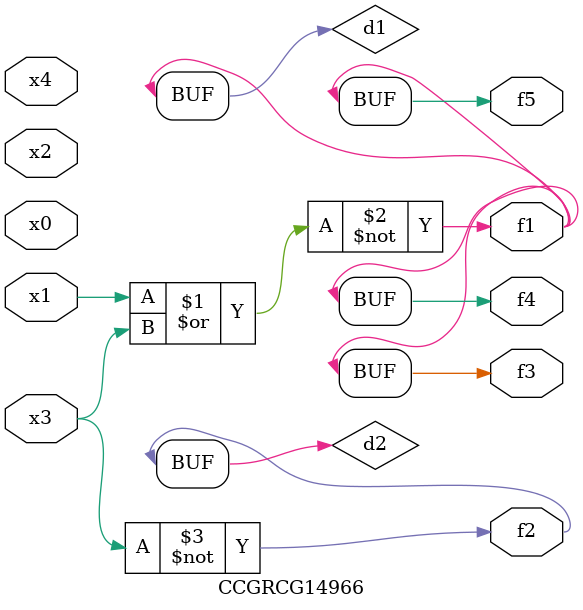
<source format=v>
module CCGRCG14966(
	input x0, x1, x2, x3, x4,
	output f1, f2, f3, f4, f5
);

	wire d1, d2;

	nor (d1, x1, x3);
	not (d2, x3);
	assign f1 = d1;
	assign f2 = d2;
	assign f3 = d1;
	assign f4 = d1;
	assign f5 = d1;
endmodule

</source>
